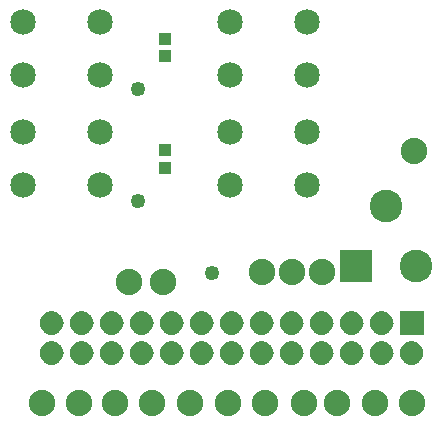
<source format=gts>
G04 MADE WITH FRITZING*
G04 WWW.FRITZING.ORG*
G04 DOUBLE SIDED*
G04 HOLES PLATED*
G04 CONTOUR ON CENTER OF CONTOUR VECTOR*
%ASAXBY*%
%FSLAX23Y23*%
%MOIN*%
%OFA0B0*%
%SFA1.0B1.0*%
%ADD10C,0.085000*%
%ADD11C,0.049370*%
%ADD12C,0.088000*%
%ADD13C,0.109000*%
%ADD14R,0.041496X0.041496*%
%ADD15R,0.109000X0.109000*%
%ADD16R,0.080000X0.080000*%
%ADD17R,0.001000X0.001000*%
%LNMASK1*%
G90*
G70*
G54D10*
X315Y968D03*
X59Y968D03*
X315Y790D03*
X59Y790D03*
X315Y968D03*
X59Y968D03*
X315Y790D03*
X59Y790D03*
X315Y1334D03*
X59Y1334D03*
X315Y1157D03*
X59Y1157D03*
X315Y1334D03*
X59Y1334D03*
X315Y1157D03*
X59Y1157D03*
G54D11*
X441Y738D03*
X689Y499D03*
X440Y1110D03*
G54D12*
X866Y66D03*
X122Y66D03*
X740Y66D03*
X410Y468D03*
X524Y468D03*
X366Y66D03*
X244Y66D03*
X1362Y905D03*
X1354Y66D03*
X1106Y66D03*
X488Y66D03*
X1232Y66D03*
X996Y66D03*
X614Y66D03*
G54D13*
X1369Y523D03*
X1169Y523D03*
X1269Y723D03*
G54D10*
X1004Y968D03*
X748Y968D03*
X1004Y790D03*
X748Y790D03*
X1004Y968D03*
X748Y968D03*
X1004Y790D03*
X748Y790D03*
X1004Y1334D03*
X748Y1334D03*
X1004Y1157D03*
X748Y1157D03*
X1004Y1334D03*
X748Y1334D03*
X1004Y1157D03*
X748Y1157D03*
G54D12*
X1055Y503D03*
X955Y503D03*
X855Y503D03*
G54D14*
X532Y909D03*
X532Y849D03*
X532Y1279D03*
X532Y1220D03*
G54D15*
X1169Y523D03*
G54D16*
X1354Y330D03*
G54D17*
X151Y371D02*
X155Y371D01*
X251Y371D02*
X255Y371D01*
X351Y371D02*
X355Y371D01*
X451Y371D02*
X455Y371D01*
X551Y371D02*
X555Y371D01*
X651Y371D02*
X655Y371D01*
X751Y371D02*
X755Y371D01*
X851Y371D02*
X855Y371D01*
X951Y371D02*
X955Y371D01*
X1051Y371D02*
X1055Y371D01*
X1151Y371D02*
X1155Y371D01*
X1251Y371D02*
X1255Y371D01*
X1351Y371D02*
X1355Y371D01*
X145Y370D02*
X161Y370D01*
X245Y370D02*
X261Y370D01*
X345Y370D02*
X361Y370D01*
X445Y370D02*
X461Y370D01*
X545Y370D02*
X561Y370D01*
X645Y370D02*
X661Y370D01*
X745Y370D02*
X761Y370D01*
X845Y370D02*
X861Y370D01*
X945Y370D02*
X961Y370D01*
X1045Y370D02*
X1061Y370D01*
X1145Y370D02*
X1161Y370D01*
X1245Y370D02*
X1261Y370D01*
X1345Y370D02*
X1361Y370D01*
X142Y369D02*
X164Y369D01*
X242Y369D02*
X264Y369D01*
X342Y369D02*
X364Y369D01*
X442Y369D02*
X464Y369D01*
X542Y369D02*
X564Y369D01*
X642Y369D02*
X664Y369D01*
X742Y369D02*
X764Y369D01*
X842Y369D02*
X864Y369D01*
X942Y369D02*
X964Y369D01*
X1042Y369D02*
X1064Y369D01*
X1142Y369D02*
X1164Y369D01*
X1242Y369D02*
X1264Y369D01*
X1342Y369D02*
X1364Y369D01*
X140Y368D02*
X167Y368D01*
X240Y368D02*
X267Y368D01*
X340Y368D02*
X367Y368D01*
X440Y368D02*
X467Y368D01*
X540Y368D02*
X567Y368D01*
X640Y368D02*
X667Y368D01*
X740Y368D02*
X767Y368D01*
X840Y368D02*
X867Y368D01*
X940Y368D02*
X967Y368D01*
X1040Y368D02*
X1067Y368D01*
X1140Y368D02*
X1167Y368D01*
X1240Y368D02*
X1267Y368D01*
X1340Y368D02*
X1367Y368D01*
X138Y367D02*
X169Y367D01*
X238Y367D02*
X269Y367D01*
X338Y367D02*
X369Y367D01*
X438Y367D02*
X469Y367D01*
X537Y367D02*
X569Y367D01*
X637Y367D02*
X669Y367D01*
X737Y367D02*
X769Y367D01*
X837Y367D02*
X869Y367D01*
X937Y367D02*
X969Y367D01*
X1037Y367D02*
X1069Y367D01*
X1137Y367D02*
X1169Y367D01*
X1237Y367D02*
X1269Y367D01*
X1337Y367D02*
X1369Y367D01*
X136Y366D02*
X171Y366D01*
X236Y366D02*
X271Y366D01*
X336Y366D02*
X371Y366D01*
X436Y366D02*
X471Y366D01*
X536Y366D02*
X571Y366D01*
X636Y366D02*
X671Y366D01*
X736Y366D02*
X771Y366D01*
X836Y366D02*
X870Y366D01*
X936Y366D02*
X970Y366D01*
X1036Y366D02*
X1070Y366D01*
X1136Y366D02*
X1170Y366D01*
X1236Y366D02*
X1270Y366D01*
X1336Y366D02*
X1370Y366D01*
X134Y365D02*
X172Y365D01*
X234Y365D02*
X272Y365D01*
X334Y365D02*
X372Y365D01*
X434Y365D02*
X472Y365D01*
X534Y365D02*
X572Y365D01*
X634Y365D02*
X672Y365D01*
X734Y365D02*
X772Y365D01*
X834Y365D02*
X872Y365D01*
X934Y365D02*
X972Y365D01*
X1034Y365D02*
X1072Y365D01*
X1134Y365D02*
X1172Y365D01*
X1234Y365D02*
X1272Y365D01*
X1334Y365D02*
X1372Y365D01*
X133Y364D02*
X174Y364D01*
X233Y364D02*
X274Y364D01*
X333Y364D02*
X374Y364D01*
X433Y364D02*
X474Y364D01*
X533Y364D02*
X574Y364D01*
X632Y364D02*
X674Y364D01*
X732Y364D02*
X774Y364D01*
X832Y364D02*
X874Y364D01*
X932Y364D02*
X974Y364D01*
X1032Y364D02*
X1074Y364D01*
X1132Y364D02*
X1174Y364D01*
X1232Y364D02*
X1274Y364D01*
X1332Y364D02*
X1374Y364D01*
X131Y363D02*
X175Y363D01*
X231Y363D02*
X275Y363D01*
X331Y363D02*
X375Y363D01*
X431Y363D02*
X475Y363D01*
X531Y363D02*
X575Y363D01*
X631Y363D02*
X675Y363D01*
X731Y363D02*
X775Y363D01*
X831Y363D02*
X875Y363D01*
X931Y363D02*
X975Y363D01*
X1031Y363D02*
X1075Y363D01*
X1131Y363D02*
X1175Y363D01*
X1231Y363D02*
X1275Y363D01*
X1331Y363D02*
X1375Y363D01*
X130Y362D02*
X176Y362D01*
X230Y362D02*
X276Y362D01*
X330Y362D02*
X376Y362D01*
X430Y362D02*
X476Y362D01*
X530Y362D02*
X576Y362D01*
X630Y362D02*
X676Y362D01*
X730Y362D02*
X776Y362D01*
X830Y362D02*
X876Y362D01*
X930Y362D02*
X976Y362D01*
X1030Y362D02*
X1076Y362D01*
X1130Y362D02*
X1176Y362D01*
X1230Y362D02*
X1276Y362D01*
X1330Y362D02*
X1376Y362D01*
X129Y361D02*
X178Y361D01*
X229Y361D02*
X278Y361D01*
X329Y361D02*
X378Y361D01*
X429Y361D02*
X478Y361D01*
X529Y361D02*
X578Y361D01*
X629Y361D02*
X678Y361D01*
X729Y361D02*
X778Y361D01*
X829Y361D02*
X878Y361D01*
X929Y361D02*
X978Y361D01*
X1029Y361D02*
X1077Y361D01*
X1129Y361D02*
X1177Y361D01*
X1229Y361D02*
X1277Y361D01*
X1329Y361D02*
X1377Y361D01*
X128Y360D02*
X179Y360D01*
X228Y360D02*
X279Y360D01*
X328Y360D02*
X379Y360D01*
X428Y360D02*
X479Y360D01*
X528Y360D02*
X579Y360D01*
X627Y360D02*
X679Y360D01*
X727Y360D02*
X779Y360D01*
X827Y360D02*
X879Y360D01*
X927Y360D02*
X979Y360D01*
X1027Y360D02*
X1079Y360D01*
X1127Y360D02*
X1179Y360D01*
X1227Y360D02*
X1279Y360D01*
X1327Y360D02*
X1379Y360D01*
X126Y359D02*
X180Y359D01*
X226Y359D02*
X280Y359D01*
X326Y359D02*
X380Y359D01*
X426Y359D02*
X480Y359D01*
X526Y359D02*
X580Y359D01*
X626Y359D02*
X680Y359D01*
X726Y359D02*
X780Y359D01*
X826Y359D02*
X880Y359D01*
X926Y359D02*
X980Y359D01*
X1026Y359D02*
X1080Y359D01*
X1126Y359D02*
X1180Y359D01*
X1226Y359D02*
X1280Y359D01*
X1326Y359D02*
X1380Y359D01*
X125Y358D02*
X181Y358D01*
X225Y358D02*
X281Y358D01*
X325Y358D02*
X381Y358D01*
X425Y358D02*
X481Y358D01*
X525Y358D02*
X581Y358D01*
X625Y358D02*
X681Y358D01*
X725Y358D02*
X781Y358D01*
X825Y358D02*
X881Y358D01*
X925Y358D02*
X981Y358D01*
X1025Y358D02*
X1081Y358D01*
X1125Y358D02*
X1181Y358D01*
X1225Y358D02*
X1281Y358D01*
X1325Y358D02*
X1381Y358D01*
X125Y357D02*
X182Y357D01*
X225Y357D02*
X282Y357D01*
X325Y357D02*
X382Y357D01*
X425Y357D02*
X482Y357D01*
X525Y357D02*
X582Y357D01*
X625Y357D02*
X682Y357D01*
X725Y357D02*
X782Y357D01*
X824Y357D02*
X882Y357D01*
X924Y357D02*
X982Y357D01*
X1024Y357D02*
X1082Y357D01*
X1124Y357D02*
X1182Y357D01*
X1224Y357D02*
X1282Y357D01*
X1324Y357D02*
X1382Y357D01*
X124Y356D02*
X183Y356D01*
X224Y356D02*
X283Y356D01*
X324Y356D02*
X383Y356D01*
X424Y356D02*
X483Y356D01*
X524Y356D02*
X583Y356D01*
X624Y356D02*
X683Y356D01*
X724Y356D02*
X783Y356D01*
X824Y356D02*
X883Y356D01*
X924Y356D02*
X982Y356D01*
X1024Y356D02*
X1082Y356D01*
X1124Y356D02*
X1182Y356D01*
X1224Y356D02*
X1282Y356D01*
X1324Y356D02*
X1382Y356D01*
X123Y355D02*
X183Y355D01*
X223Y355D02*
X283Y355D01*
X323Y355D02*
X383Y355D01*
X423Y355D02*
X483Y355D01*
X523Y355D02*
X583Y355D01*
X623Y355D02*
X683Y355D01*
X723Y355D02*
X783Y355D01*
X823Y355D02*
X883Y355D01*
X923Y355D02*
X983Y355D01*
X1023Y355D02*
X1083Y355D01*
X1123Y355D02*
X1183Y355D01*
X1223Y355D02*
X1283Y355D01*
X1323Y355D02*
X1383Y355D01*
X122Y354D02*
X184Y354D01*
X222Y354D02*
X284Y354D01*
X322Y354D02*
X384Y354D01*
X422Y354D02*
X484Y354D01*
X522Y354D02*
X584Y354D01*
X622Y354D02*
X684Y354D01*
X722Y354D02*
X784Y354D01*
X822Y354D02*
X884Y354D01*
X922Y354D02*
X984Y354D01*
X1022Y354D02*
X1084Y354D01*
X1122Y354D02*
X1184Y354D01*
X1222Y354D02*
X1284Y354D01*
X1322Y354D02*
X1384Y354D01*
X121Y353D02*
X185Y353D01*
X221Y353D02*
X285Y353D01*
X321Y353D02*
X385Y353D01*
X421Y353D02*
X485Y353D01*
X521Y353D02*
X585Y353D01*
X621Y353D02*
X685Y353D01*
X721Y353D02*
X785Y353D01*
X821Y353D02*
X885Y353D01*
X921Y353D02*
X985Y353D01*
X1021Y353D02*
X1085Y353D01*
X1121Y353D02*
X1185Y353D01*
X1221Y353D02*
X1285Y353D01*
X1321Y353D02*
X1385Y353D01*
X121Y352D02*
X186Y352D01*
X221Y352D02*
X286Y352D01*
X321Y352D02*
X386Y352D01*
X421Y352D02*
X486Y352D01*
X521Y352D02*
X586Y352D01*
X621Y352D02*
X686Y352D01*
X721Y352D02*
X786Y352D01*
X821Y352D02*
X886Y352D01*
X921Y352D02*
X986Y352D01*
X1021Y352D02*
X1086Y352D01*
X1121Y352D02*
X1186Y352D01*
X1220Y352D02*
X1286Y352D01*
X1320Y352D02*
X1386Y352D01*
X120Y351D02*
X186Y351D01*
X220Y351D02*
X286Y351D01*
X320Y351D02*
X386Y351D01*
X420Y351D02*
X486Y351D01*
X520Y351D02*
X586Y351D01*
X620Y351D02*
X686Y351D01*
X720Y351D02*
X786Y351D01*
X820Y351D02*
X886Y351D01*
X920Y351D02*
X986Y351D01*
X1020Y351D02*
X1086Y351D01*
X1120Y351D02*
X1186Y351D01*
X1220Y351D02*
X1286Y351D01*
X1320Y351D02*
X1386Y351D01*
X119Y350D02*
X187Y350D01*
X219Y350D02*
X287Y350D01*
X319Y350D02*
X387Y350D01*
X419Y350D02*
X487Y350D01*
X519Y350D02*
X587Y350D01*
X619Y350D02*
X687Y350D01*
X719Y350D02*
X787Y350D01*
X819Y350D02*
X887Y350D01*
X919Y350D02*
X987Y350D01*
X1019Y350D02*
X1087Y350D01*
X1119Y350D02*
X1187Y350D01*
X1219Y350D02*
X1287Y350D01*
X1319Y350D02*
X1387Y350D01*
X119Y349D02*
X188Y349D01*
X219Y349D02*
X288Y349D01*
X319Y349D02*
X388Y349D01*
X419Y349D02*
X488Y349D01*
X519Y349D02*
X588Y349D01*
X619Y349D02*
X687Y349D01*
X719Y349D02*
X787Y349D01*
X819Y349D02*
X887Y349D01*
X919Y349D02*
X987Y349D01*
X1019Y349D02*
X1087Y349D01*
X1119Y349D02*
X1187Y349D01*
X1219Y349D02*
X1287Y349D01*
X1319Y349D02*
X1387Y349D01*
X118Y348D02*
X188Y348D01*
X218Y348D02*
X288Y348D01*
X318Y348D02*
X388Y348D01*
X418Y348D02*
X488Y348D01*
X518Y348D02*
X588Y348D01*
X618Y348D02*
X688Y348D01*
X718Y348D02*
X788Y348D01*
X818Y348D02*
X888Y348D01*
X918Y348D02*
X988Y348D01*
X1018Y348D02*
X1088Y348D01*
X1118Y348D02*
X1188Y348D01*
X1218Y348D02*
X1288Y348D01*
X1318Y348D02*
X1388Y348D01*
X118Y347D02*
X189Y347D01*
X218Y347D02*
X289Y347D01*
X318Y347D02*
X389Y347D01*
X418Y347D02*
X489Y347D01*
X518Y347D02*
X589Y347D01*
X618Y347D02*
X689Y347D01*
X718Y347D02*
X789Y347D01*
X818Y347D02*
X889Y347D01*
X918Y347D02*
X989Y347D01*
X1018Y347D02*
X1089Y347D01*
X1118Y347D02*
X1189Y347D01*
X1218Y347D02*
X1289Y347D01*
X1318Y347D02*
X1389Y347D01*
X117Y346D02*
X189Y346D01*
X217Y346D02*
X289Y346D01*
X317Y346D02*
X389Y346D01*
X417Y346D02*
X489Y346D01*
X517Y346D02*
X589Y346D01*
X617Y346D02*
X689Y346D01*
X717Y346D02*
X789Y346D01*
X817Y346D02*
X889Y346D01*
X917Y346D02*
X989Y346D01*
X1017Y346D02*
X1089Y346D01*
X1117Y346D02*
X1189Y346D01*
X1217Y346D02*
X1289Y346D01*
X1317Y346D02*
X1389Y346D01*
X117Y345D02*
X190Y345D01*
X217Y345D02*
X290Y345D01*
X317Y345D02*
X390Y345D01*
X417Y345D02*
X490Y345D01*
X517Y345D02*
X590Y345D01*
X617Y345D02*
X690Y345D01*
X717Y345D02*
X790Y345D01*
X817Y345D02*
X889Y345D01*
X917Y345D02*
X989Y345D01*
X1017Y345D02*
X1089Y345D01*
X1117Y345D02*
X1189Y345D01*
X1217Y345D02*
X1289Y345D01*
X1317Y345D02*
X1389Y345D01*
X116Y344D02*
X190Y344D01*
X216Y344D02*
X290Y344D01*
X316Y344D02*
X390Y344D01*
X416Y344D02*
X490Y344D01*
X516Y344D02*
X590Y344D01*
X616Y344D02*
X690Y344D01*
X716Y344D02*
X790Y344D01*
X816Y344D02*
X890Y344D01*
X916Y344D02*
X990Y344D01*
X1016Y344D02*
X1090Y344D01*
X1116Y344D02*
X1190Y344D01*
X1216Y344D02*
X1290Y344D01*
X1316Y344D02*
X1390Y344D01*
X116Y343D02*
X190Y343D01*
X216Y343D02*
X290Y343D01*
X316Y343D02*
X390Y343D01*
X416Y343D02*
X490Y343D01*
X516Y343D02*
X590Y343D01*
X616Y343D02*
X690Y343D01*
X716Y343D02*
X790Y343D01*
X816Y343D02*
X890Y343D01*
X916Y343D02*
X990Y343D01*
X1016Y343D02*
X1090Y343D01*
X1116Y343D02*
X1190Y343D01*
X1216Y343D02*
X1290Y343D01*
X1316Y343D02*
X1390Y343D01*
X116Y342D02*
X191Y342D01*
X216Y342D02*
X291Y342D01*
X315Y342D02*
X391Y342D01*
X415Y342D02*
X491Y342D01*
X515Y342D02*
X591Y342D01*
X615Y342D02*
X691Y342D01*
X715Y342D02*
X791Y342D01*
X815Y342D02*
X891Y342D01*
X915Y342D02*
X991Y342D01*
X1015Y342D02*
X1091Y342D01*
X1115Y342D02*
X1191Y342D01*
X1215Y342D02*
X1291Y342D01*
X1315Y342D02*
X1391Y342D01*
X115Y341D02*
X191Y341D01*
X215Y341D02*
X291Y341D01*
X315Y341D02*
X391Y341D01*
X415Y341D02*
X491Y341D01*
X515Y341D02*
X591Y341D01*
X615Y341D02*
X691Y341D01*
X715Y341D02*
X791Y341D01*
X815Y341D02*
X891Y341D01*
X915Y341D02*
X991Y341D01*
X1015Y341D02*
X1091Y341D01*
X1115Y341D02*
X1191Y341D01*
X1215Y341D02*
X1291Y341D01*
X1315Y341D02*
X1391Y341D01*
X115Y340D02*
X191Y340D01*
X215Y340D02*
X291Y340D01*
X315Y340D02*
X391Y340D01*
X415Y340D02*
X491Y340D01*
X515Y340D02*
X591Y340D01*
X615Y340D02*
X691Y340D01*
X715Y340D02*
X791Y340D01*
X815Y340D02*
X891Y340D01*
X915Y340D02*
X991Y340D01*
X1015Y340D02*
X1091Y340D01*
X1115Y340D02*
X1191Y340D01*
X1215Y340D02*
X1291Y340D01*
X1315Y340D02*
X1391Y340D01*
X115Y339D02*
X192Y339D01*
X215Y339D02*
X292Y339D01*
X315Y339D02*
X392Y339D01*
X415Y339D02*
X492Y339D01*
X515Y339D02*
X592Y339D01*
X615Y339D02*
X692Y339D01*
X715Y339D02*
X792Y339D01*
X815Y339D02*
X892Y339D01*
X915Y339D02*
X992Y339D01*
X1015Y339D02*
X1092Y339D01*
X1115Y339D02*
X1192Y339D01*
X1215Y339D02*
X1292Y339D01*
X1315Y339D02*
X1392Y339D01*
X114Y338D02*
X192Y338D01*
X214Y338D02*
X292Y338D01*
X314Y338D02*
X392Y338D01*
X414Y338D02*
X492Y338D01*
X514Y338D02*
X592Y338D01*
X614Y338D02*
X692Y338D01*
X714Y338D02*
X792Y338D01*
X814Y338D02*
X892Y338D01*
X914Y338D02*
X992Y338D01*
X1014Y338D02*
X1092Y338D01*
X1114Y338D02*
X1192Y338D01*
X1214Y338D02*
X1292Y338D01*
X1314Y338D02*
X1392Y338D01*
X114Y337D02*
X192Y337D01*
X214Y337D02*
X292Y337D01*
X314Y337D02*
X392Y337D01*
X414Y337D02*
X492Y337D01*
X514Y337D02*
X592Y337D01*
X614Y337D02*
X692Y337D01*
X714Y337D02*
X792Y337D01*
X814Y337D02*
X892Y337D01*
X914Y337D02*
X992Y337D01*
X1014Y337D02*
X1092Y337D01*
X1114Y337D02*
X1192Y337D01*
X1214Y337D02*
X1292Y337D01*
X1314Y337D02*
X1392Y337D01*
X114Y336D02*
X192Y336D01*
X214Y336D02*
X292Y336D01*
X314Y336D02*
X392Y336D01*
X414Y336D02*
X492Y336D01*
X514Y336D02*
X592Y336D01*
X614Y336D02*
X692Y336D01*
X714Y336D02*
X792Y336D01*
X814Y336D02*
X892Y336D01*
X914Y336D02*
X992Y336D01*
X1014Y336D02*
X1092Y336D01*
X1114Y336D02*
X1192Y336D01*
X1214Y336D02*
X1292Y336D01*
X1314Y336D02*
X1392Y336D01*
X114Y335D02*
X192Y335D01*
X214Y335D02*
X292Y335D01*
X314Y335D02*
X392Y335D01*
X414Y335D02*
X492Y335D01*
X514Y335D02*
X592Y335D01*
X614Y335D02*
X692Y335D01*
X714Y335D02*
X792Y335D01*
X814Y335D02*
X892Y335D01*
X914Y335D02*
X992Y335D01*
X1014Y335D02*
X1092Y335D01*
X1114Y335D02*
X1192Y335D01*
X1214Y335D02*
X1292Y335D01*
X1314Y335D02*
X1392Y335D01*
X114Y334D02*
X192Y334D01*
X214Y334D02*
X292Y334D01*
X314Y334D02*
X392Y334D01*
X414Y334D02*
X492Y334D01*
X514Y334D02*
X592Y334D01*
X614Y334D02*
X692Y334D01*
X714Y334D02*
X792Y334D01*
X814Y334D02*
X892Y334D01*
X914Y334D02*
X992Y334D01*
X1014Y334D02*
X1092Y334D01*
X1114Y334D02*
X1192Y334D01*
X1214Y334D02*
X1292Y334D01*
X1314Y334D02*
X1392Y334D01*
X114Y333D02*
X193Y333D01*
X214Y333D02*
X293Y333D01*
X314Y333D02*
X393Y333D01*
X414Y333D02*
X493Y333D01*
X514Y333D02*
X593Y333D01*
X614Y333D02*
X693Y333D01*
X714Y333D02*
X793Y333D01*
X814Y333D02*
X893Y333D01*
X914Y333D02*
X992Y333D01*
X1014Y333D02*
X1092Y333D01*
X1114Y333D02*
X1192Y333D01*
X1214Y333D02*
X1292Y333D01*
X1314Y333D02*
X1392Y333D01*
X114Y332D02*
X193Y332D01*
X214Y332D02*
X293Y332D01*
X314Y332D02*
X393Y332D01*
X414Y332D02*
X493Y332D01*
X514Y332D02*
X593Y332D01*
X614Y332D02*
X693Y332D01*
X714Y332D02*
X793Y332D01*
X814Y332D02*
X893Y332D01*
X914Y332D02*
X993Y332D01*
X1014Y332D02*
X1093Y332D01*
X1114Y332D02*
X1193Y332D01*
X1214Y332D02*
X1293Y332D01*
X1314Y332D02*
X1393Y332D01*
X114Y331D02*
X193Y331D01*
X214Y331D02*
X293Y331D01*
X314Y331D02*
X393Y331D01*
X414Y331D02*
X493Y331D01*
X514Y331D02*
X593Y331D01*
X614Y331D02*
X693Y331D01*
X714Y331D02*
X793Y331D01*
X814Y331D02*
X893Y331D01*
X914Y331D02*
X993Y331D01*
X1014Y331D02*
X1093Y331D01*
X1114Y331D02*
X1193Y331D01*
X1214Y331D02*
X1293Y331D01*
X1314Y331D02*
X1393Y331D01*
X114Y330D02*
X193Y330D01*
X214Y330D02*
X293Y330D01*
X314Y330D02*
X393Y330D01*
X414Y330D02*
X493Y330D01*
X514Y330D02*
X593Y330D01*
X614Y330D02*
X693Y330D01*
X714Y330D02*
X793Y330D01*
X814Y330D02*
X893Y330D01*
X914Y330D02*
X993Y330D01*
X1014Y330D02*
X1093Y330D01*
X1114Y330D02*
X1193Y330D01*
X1214Y330D02*
X1293Y330D01*
X1314Y330D02*
X1392Y330D01*
X114Y329D02*
X193Y329D01*
X214Y329D02*
X293Y329D01*
X314Y329D02*
X393Y329D01*
X414Y329D02*
X493Y329D01*
X514Y329D02*
X593Y329D01*
X614Y329D02*
X693Y329D01*
X714Y329D02*
X793Y329D01*
X814Y329D02*
X892Y329D01*
X914Y329D02*
X992Y329D01*
X1014Y329D02*
X1092Y329D01*
X1114Y329D02*
X1192Y329D01*
X1214Y329D02*
X1292Y329D01*
X1314Y329D02*
X1392Y329D01*
X114Y328D02*
X192Y328D01*
X214Y328D02*
X292Y328D01*
X314Y328D02*
X392Y328D01*
X414Y328D02*
X492Y328D01*
X514Y328D02*
X592Y328D01*
X614Y328D02*
X692Y328D01*
X714Y328D02*
X792Y328D01*
X814Y328D02*
X892Y328D01*
X914Y328D02*
X992Y328D01*
X1014Y328D02*
X1092Y328D01*
X1114Y328D02*
X1192Y328D01*
X1214Y328D02*
X1292Y328D01*
X1314Y328D02*
X1392Y328D01*
X114Y327D02*
X192Y327D01*
X214Y327D02*
X292Y327D01*
X314Y327D02*
X392Y327D01*
X414Y327D02*
X492Y327D01*
X514Y327D02*
X592Y327D01*
X614Y327D02*
X692Y327D01*
X714Y327D02*
X792Y327D01*
X814Y327D02*
X892Y327D01*
X914Y327D02*
X992Y327D01*
X1014Y327D02*
X1092Y327D01*
X1114Y327D02*
X1192Y327D01*
X1214Y327D02*
X1292Y327D01*
X1314Y327D02*
X1392Y327D01*
X114Y326D02*
X192Y326D01*
X214Y326D02*
X292Y326D01*
X314Y326D02*
X392Y326D01*
X414Y326D02*
X492Y326D01*
X514Y326D02*
X592Y326D01*
X614Y326D02*
X692Y326D01*
X714Y326D02*
X792Y326D01*
X814Y326D02*
X892Y326D01*
X914Y326D02*
X992Y326D01*
X1014Y326D02*
X1092Y326D01*
X1114Y326D02*
X1192Y326D01*
X1214Y326D02*
X1292Y326D01*
X1314Y326D02*
X1392Y326D01*
X114Y325D02*
X192Y325D01*
X214Y325D02*
X292Y325D01*
X314Y325D02*
X392Y325D01*
X414Y325D02*
X492Y325D01*
X514Y325D02*
X592Y325D01*
X614Y325D02*
X692Y325D01*
X714Y325D02*
X792Y325D01*
X814Y325D02*
X892Y325D01*
X914Y325D02*
X992Y325D01*
X1014Y325D02*
X1092Y325D01*
X1114Y325D02*
X1192Y325D01*
X1214Y325D02*
X1292Y325D01*
X1314Y325D02*
X1392Y325D01*
X114Y324D02*
X192Y324D01*
X214Y324D02*
X292Y324D01*
X314Y324D02*
X392Y324D01*
X414Y324D02*
X492Y324D01*
X514Y324D02*
X592Y324D01*
X614Y324D02*
X692Y324D01*
X714Y324D02*
X792Y324D01*
X814Y324D02*
X892Y324D01*
X914Y324D02*
X992Y324D01*
X1014Y324D02*
X1092Y324D01*
X1114Y324D02*
X1192Y324D01*
X1214Y324D02*
X1292Y324D01*
X1314Y324D02*
X1392Y324D01*
X115Y323D02*
X192Y323D01*
X215Y323D02*
X292Y323D01*
X315Y323D02*
X392Y323D01*
X415Y323D02*
X492Y323D01*
X515Y323D02*
X592Y323D01*
X615Y323D02*
X692Y323D01*
X715Y323D02*
X792Y323D01*
X815Y323D02*
X891Y323D01*
X915Y323D02*
X991Y323D01*
X1015Y323D02*
X1091Y323D01*
X1115Y323D02*
X1191Y323D01*
X1215Y323D02*
X1291Y323D01*
X1315Y323D02*
X1391Y323D01*
X115Y322D02*
X191Y322D01*
X215Y322D02*
X291Y322D01*
X315Y322D02*
X391Y322D01*
X415Y322D02*
X491Y322D01*
X515Y322D02*
X591Y322D01*
X615Y322D02*
X691Y322D01*
X715Y322D02*
X791Y322D01*
X815Y322D02*
X891Y322D01*
X915Y322D02*
X991Y322D01*
X1015Y322D02*
X1091Y322D01*
X1115Y322D02*
X1191Y322D01*
X1215Y322D02*
X1291Y322D01*
X1315Y322D02*
X1391Y322D01*
X115Y321D02*
X191Y321D01*
X215Y321D02*
X291Y321D01*
X315Y321D02*
X391Y321D01*
X415Y321D02*
X491Y321D01*
X515Y321D02*
X591Y321D01*
X615Y321D02*
X691Y321D01*
X715Y321D02*
X791Y321D01*
X815Y321D02*
X891Y321D01*
X915Y321D02*
X991Y321D01*
X1015Y321D02*
X1091Y321D01*
X1115Y321D02*
X1191Y321D01*
X1215Y321D02*
X1291Y321D01*
X1315Y321D02*
X1391Y321D01*
X116Y320D02*
X191Y320D01*
X216Y320D02*
X291Y320D01*
X316Y320D02*
X391Y320D01*
X416Y320D02*
X491Y320D01*
X516Y320D02*
X591Y320D01*
X616Y320D02*
X691Y320D01*
X716Y320D02*
X791Y320D01*
X816Y320D02*
X891Y320D01*
X916Y320D02*
X991Y320D01*
X1016Y320D02*
X1091Y320D01*
X1116Y320D02*
X1191Y320D01*
X1216Y320D02*
X1291Y320D01*
X1316Y320D02*
X1391Y320D01*
X116Y319D02*
X190Y319D01*
X216Y319D02*
X290Y319D01*
X316Y319D02*
X390Y319D01*
X416Y319D02*
X490Y319D01*
X516Y319D02*
X590Y319D01*
X616Y319D02*
X690Y319D01*
X716Y319D02*
X790Y319D01*
X816Y319D02*
X890Y319D01*
X916Y319D02*
X990Y319D01*
X1016Y319D02*
X1090Y319D01*
X1116Y319D02*
X1190Y319D01*
X1216Y319D02*
X1290Y319D01*
X1316Y319D02*
X1390Y319D01*
X116Y318D02*
X190Y318D01*
X216Y318D02*
X290Y318D01*
X316Y318D02*
X390Y318D01*
X416Y318D02*
X490Y318D01*
X516Y318D02*
X590Y318D01*
X616Y318D02*
X690Y318D01*
X716Y318D02*
X790Y318D01*
X816Y318D02*
X890Y318D01*
X916Y318D02*
X990Y318D01*
X1016Y318D02*
X1090Y318D01*
X1116Y318D02*
X1190Y318D01*
X1216Y318D02*
X1290Y318D01*
X1316Y318D02*
X1390Y318D01*
X117Y317D02*
X189Y317D01*
X217Y317D02*
X289Y317D01*
X317Y317D02*
X389Y317D01*
X417Y317D02*
X489Y317D01*
X517Y317D02*
X589Y317D01*
X617Y317D02*
X689Y317D01*
X717Y317D02*
X789Y317D01*
X817Y317D02*
X889Y317D01*
X917Y317D02*
X989Y317D01*
X1017Y317D02*
X1089Y317D01*
X1117Y317D02*
X1189Y317D01*
X1217Y317D02*
X1289Y317D01*
X1317Y317D02*
X1389Y317D01*
X117Y316D02*
X189Y316D01*
X217Y316D02*
X289Y316D01*
X317Y316D02*
X389Y316D01*
X417Y316D02*
X489Y316D01*
X517Y316D02*
X589Y316D01*
X617Y316D02*
X689Y316D01*
X717Y316D02*
X789Y316D01*
X817Y316D02*
X889Y316D01*
X917Y316D02*
X989Y316D01*
X1017Y316D02*
X1089Y316D01*
X1117Y316D02*
X1189Y316D01*
X1217Y316D02*
X1289Y316D01*
X1317Y316D02*
X1389Y316D01*
X118Y315D02*
X188Y315D01*
X218Y315D02*
X288Y315D01*
X318Y315D02*
X388Y315D01*
X418Y315D02*
X488Y315D01*
X518Y315D02*
X588Y315D01*
X618Y315D02*
X688Y315D01*
X718Y315D02*
X788Y315D01*
X818Y315D02*
X888Y315D01*
X918Y315D02*
X988Y315D01*
X1018Y315D02*
X1088Y315D01*
X1118Y315D02*
X1188Y315D01*
X1218Y315D02*
X1288Y315D01*
X1318Y315D02*
X1388Y315D01*
X118Y314D02*
X188Y314D01*
X218Y314D02*
X288Y314D01*
X318Y314D02*
X388Y314D01*
X418Y314D02*
X488Y314D01*
X518Y314D02*
X588Y314D01*
X618Y314D02*
X688Y314D01*
X718Y314D02*
X788Y314D01*
X818Y314D02*
X888Y314D01*
X918Y314D02*
X988Y314D01*
X1018Y314D02*
X1088Y314D01*
X1118Y314D02*
X1188Y314D01*
X1218Y314D02*
X1288Y314D01*
X1318Y314D02*
X1388Y314D01*
X119Y313D02*
X187Y313D01*
X219Y313D02*
X287Y313D01*
X319Y313D02*
X387Y313D01*
X419Y313D02*
X487Y313D01*
X519Y313D02*
X587Y313D01*
X619Y313D02*
X687Y313D01*
X719Y313D02*
X787Y313D01*
X819Y313D02*
X887Y313D01*
X919Y313D02*
X987Y313D01*
X1019Y313D02*
X1087Y313D01*
X1119Y313D02*
X1187Y313D01*
X1219Y313D02*
X1287Y313D01*
X1319Y313D02*
X1387Y313D01*
X119Y312D02*
X187Y312D01*
X219Y312D02*
X287Y312D01*
X319Y312D02*
X387Y312D01*
X419Y312D02*
X487Y312D01*
X519Y312D02*
X587Y312D01*
X619Y312D02*
X687Y312D01*
X719Y312D02*
X787Y312D01*
X819Y312D02*
X887Y312D01*
X919Y312D02*
X987Y312D01*
X1019Y312D02*
X1087Y312D01*
X1119Y312D02*
X1187Y312D01*
X1219Y312D02*
X1287Y312D01*
X1319Y312D02*
X1387Y312D01*
X120Y311D02*
X186Y311D01*
X220Y311D02*
X286Y311D01*
X320Y311D02*
X386Y311D01*
X420Y311D02*
X486Y311D01*
X520Y311D02*
X586Y311D01*
X620Y311D02*
X686Y311D01*
X720Y311D02*
X786Y311D01*
X820Y311D02*
X886Y311D01*
X920Y311D02*
X986Y311D01*
X1020Y311D02*
X1086Y311D01*
X1120Y311D02*
X1186Y311D01*
X1220Y311D02*
X1286Y311D01*
X1320Y311D02*
X1386Y311D01*
X121Y310D02*
X185Y310D01*
X221Y310D02*
X285Y310D01*
X321Y310D02*
X385Y310D01*
X421Y310D02*
X485Y310D01*
X521Y310D02*
X585Y310D01*
X621Y310D02*
X685Y310D01*
X721Y310D02*
X785Y310D01*
X821Y310D02*
X885Y310D01*
X921Y310D02*
X985Y310D01*
X1021Y310D02*
X1085Y310D01*
X1121Y310D02*
X1185Y310D01*
X1221Y310D02*
X1285Y310D01*
X1321Y310D02*
X1385Y310D01*
X121Y309D02*
X185Y309D01*
X221Y309D02*
X285Y309D01*
X321Y309D02*
X385Y309D01*
X421Y309D02*
X485Y309D01*
X521Y309D02*
X585Y309D01*
X621Y309D02*
X685Y309D01*
X721Y309D02*
X785Y309D01*
X821Y309D02*
X885Y309D01*
X921Y309D02*
X985Y309D01*
X1021Y309D02*
X1085Y309D01*
X1121Y309D02*
X1185Y309D01*
X1221Y309D02*
X1285Y309D01*
X1321Y309D02*
X1385Y309D01*
X122Y308D02*
X184Y308D01*
X222Y308D02*
X284Y308D01*
X322Y308D02*
X384Y308D01*
X422Y308D02*
X484Y308D01*
X522Y308D02*
X584Y308D01*
X622Y308D02*
X684Y308D01*
X722Y308D02*
X784Y308D01*
X822Y308D02*
X884Y308D01*
X922Y308D02*
X984Y308D01*
X1022Y308D02*
X1084Y308D01*
X1122Y308D02*
X1184Y308D01*
X1222Y308D02*
X1284Y308D01*
X1322Y308D02*
X1384Y308D01*
X123Y307D02*
X183Y307D01*
X223Y307D02*
X283Y307D01*
X323Y307D02*
X383Y307D01*
X423Y307D02*
X483Y307D01*
X523Y307D02*
X583Y307D01*
X623Y307D02*
X683Y307D01*
X723Y307D02*
X783Y307D01*
X823Y307D02*
X883Y307D01*
X923Y307D02*
X983Y307D01*
X1023Y307D02*
X1083Y307D01*
X1123Y307D02*
X1183Y307D01*
X1223Y307D02*
X1283Y307D01*
X1323Y307D02*
X1383Y307D01*
X124Y306D02*
X182Y306D01*
X224Y306D02*
X282Y306D01*
X324Y306D02*
X382Y306D01*
X424Y306D02*
X482Y306D01*
X524Y306D02*
X582Y306D01*
X624Y306D02*
X682Y306D01*
X724Y306D02*
X782Y306D01*
X824Y306D02*
X882Y306D01*
X924Y306D02*
X982Y306D01*
X1024Y306D02*
X1082Y306D01*
X1124Y306D02*
X1182Y306D01*
X1224Y306D02*
X1282Y306D01*
X1324Y306D02*
X1382Y306D01*
X125Y305D02*
X181Y305D01*
X225Y305D02*
X281Y305D01*
X325Y305D02*
X381Y305D01*
X425Y305D02*
X481Y305D01*
X525Y305D02*
X581Y305D01*
X625Y305D02*
X681Y305D01*
X725Y305D02*
X781Y305D01*
X825Y305D02*
X881Y305D01*
X925Y305D02*
X981Y305D01*
X1025Y305D02*
X1081Y305D01*
X1125Y305D02*
X1181Y305D01*
X1225Y305D02*
X1281Y305D01*
X1325Y305D02*
X1381Y305D01*
X126Y304D02*
X180Y304D01*
X226Y304D02*
X280Y304D01*
X326Y304D02*
X380Y304D01*
X426Y304D02*
X480Y304D01*
X526Y304D02*
X580Y304D01*
X626Y304D02*
X680Y304D01*
X726Y304D02*
X780Y304D01*
X826Y304D02*
X880Y304D01*
X926Y304D02*
X980Y304D01*
X1026Y304D02*
X1080Y304D01*
X1126Y304D02*
X1180Y304D01*
X1226Y304D02*
X1280Y304D01*
X1326Y304D02*
X1380Y304D01*
X127Y303D02*
X179Y303D01*
X227Y303D02*
X279Y303D01*
X327Y303D02*
X379Y303D01*
X427Y303D02*
X479Y303D01*
X527Y303D02*
X579Y303D01*
X627Y303D02*
X679Y303D01*
X727Y303D02*
X779Y303D01*
X827Y303D02*
X879Y303D01*
X927Y303D02*
X979Y303D01*
X1027Y303D02*
X1079Y303D01*
X1127Y303D02*
X1179Y303D01*
X1227Y303D02*
X1279Y303D01*
X1327Y303D02*
X1379Y303D01*
X128Y302D02*
X178Y302D01*
X228Y302D02*
X278Y302D01*
X328Y302D02*
X378Y302D01*
X428Y302D02*
X478Y302D01*
X528Y302D02*
X578Y302D01*
X628Y302D02*
X678Y302D01*
X728Y302D02*
X778Y302D01*
X828Y302D02*
X878Y302D01*
X928Y302D02*
X978Y302D01*
X1028Y302D02*
X1078Y302D01*
X1128Y302D02*
X1178Y302D01*
X1228Y302D02*
X1278Y302D01*
X1328Y302D02*
X1378Y302D01*
X129Y301D02*
X177Y301D01*
X229Y301D02*
X277Y301D01*
X329Y301D02*
X377Y301D01*
X429Y301D02*
X477Y301D01*
X529Y301D02*
X577Y301D01*
X629Y301D02*
X677Y301D01*
X729Y301D02*
X777Y301D01*
X829Y301D02*
X877Y301D01*
X929Y301D02*
X977Y301D01*
X1029Y301D02*
X1077Y301D01*
X1129Y301D02*
X1177Y301D01*
X1229Y301D02*
X1277Y301D01*
X1329Y301D02*
X1377Y301D01*
X130Y300D02*
X176Y300D01*
X230Y300D02*
X276Y300D01*
X330Y300D02*
X376Y300D01*
X430Y300D02*
X476Y300D01*
X530Y300D02*
X576Y300D01*
X630Y300D02*
X676Y300D01*
X730Y300D02*
X776Y300D01*
X830Y300D02*
X876Y300D01*
X930Y300D02*
X976Y300D01*
X1030Y300D02*
X1076Y300D01*
X1130Y300D02*
X1176Y300D01*
X1230Y300D02*
X1276Y300D01*
X1330Y300D02*
X1376Y300D01*
X132Y299D02*
X175Y299D01*
X232Y299D02*
X275Y299D01*
X332Y299D02*
X375Y299D01*
X432Y299D02*
X475Y299D01*
X532Y299D02*
X575Y299D01*
X631Y299D02*
X675Y299D01*
X731Y299D02*
X775Y299D01*
X831Y299D02*
X875Y299D01*
X931Y299D02*
X975Y299D01*
X1031Y299D02*
X1075Y299D01*
X1131Y299D02*
X1175Y299D01*
X1231Y299D02*
X1275Y299D01*
X1331Y299D02*
X1375Y299D01*
X133Y298D02*
X173Y298D01*
X233Y298D02*
X273Y298D01*
X333Y298D02*
X373Y298D01*
X433Y298D02*
X473Y298D01*
X533Y298D02*
X573Y298D01*
X633Y298D02*
X673Y298D01*
X733Y298D02*
X773Y298D01*
X833Y298D02*
X873Y298D01*
X933Y298D02*
X973Y298D01*
X1033Y298D02*
X1073Y298D01*
X1133Y298D02*
X1173Y298D01*
X1233Y298D02*
X1273Y298D01*
X1333Y298D02*
X1373Y298D01*
X134Y297D02*
X172Y297D01*
X234Y297D02*
X272Y297D01*
X334Y297D02*
X372Y297D01*
X434Y297D02*
X472Y297D01*
X534Y297D02*
X572Y297D01*
X634Y297D02*
X672Y297D01*
X734Y297D02*
X772Y297D01*
X834Y297D02*
X872Y297D01*
X934Y297D02*
X972Y297D01*
X1034Y297D02*
X1072Y297D01*
X1134Y297D02*
X1172Y297D01*
X1234Y297D02*
X1272Y297D01*
X1334Y297D02*
X1372Y297D01*
X136Y296D02*
X170Y296D01*
X236Y296D02*
X270Y296D01*
X336Y296D02*
X370Y296D01*
X436Y296D02*
X470Y296D01*
X536Y296D02*
X570Y296D01*
X636Y296D02*
X670Y296D01*
X736Y296D02*
X770Y296D01*
X836Y296D02*
X870Y296D01*
X936Y296D02*
X970Y296D01*
X1036Y296D02*
X1070Y296D01*
X1136Y296D02*
X1170Y296D01*
X1236Y296D02*
X1270Y296D01*
X1336Y296D02*
X1370Y296D01*
X138Y295D02*
X168Y295D01*
X238Y295D02*
X268Y295D01*
X338Y295D02*
X368Y295D01*
X438Y295D02*
X468Y295D01*
X538Y295D02*
X568Y295D01*
X638Y295D02*
X668Y295D01*
X738Y295D02*
X768Y295D01*
X838Y295D02*
X868Y295D01*
X938Y295D02*
X968Y295D01*
X1038Y295D02*
X1068Y295D01*
X1138Y295D02*
X1168Y295D01*
X1238Y295D02*
X1268Y295D01*
X1338Y295D02*
X1368Y295D01*
X140Y294D02*
X166Y294D01*
X240Y294D02*
X266Y294D01*
X340Y294D02*
X366Y294D01*
X440Y294D02*
X466Y294D01*
X540Y294D02*
X566Y294D01*
X640Y294D02*
X666Y294D01*
X740Y294D02*
X766Y294D01*
X840Y294D02*
X866Y294D01*
X940Y294D02*
X966Y294D01*
X1040Y294D02*
X1066Y294D01*
X1140Y294D02*
X1166Y294D01*
X1240Y294D02*
X1266Y294D01*
X1340Y294D02*
X1366Y294D01*
X143Y293D02*
X163Y293D01*
X243Y293D02*
X263Y293D01*
X343Y293D02*
X363Y293D01*
X443Y293D02*
X463Y293D01*
X543Y293D02*
X563Y293D01*
X643Y293D02*
X663Y293D01*
X743Y293D02*
X763Y293D01*
X843Y293D02*
X863Y293D01*
X943Y293D02*
X963Y293D01*
X1043Y293D02*
X1063Y293D01*
X1143Y293D02*
X1163Y293D01*
X1243Y293D02*
X1263Y293D01*
X1343Y293D02*
X1363Y293D01*
X146Y292D02*
X160Y292D01*
X246Y292D02*
X260Y292D01*
X346Y292D02*
X360Y292D01*
X446Y292D02*
X460Y292D01*
X546Y292D02*
X560Y292D01*
X646Y292D02*
X660Y292D01*
X746Y292D02*
X760Y292D01*
X846Y292D02*
X860Y292D01*
X946Y292D02*
X960Y292D01*
X1046Y292D02*
X1060Y292D01*
X1146Y292D02*
X1160Y292D01*
X1246Y292D02*
X1260Y292D01*
X1346Y292D02*
X1360Y292D01*
X150Y271D02*
X156Y271D01*
X250Y271D02*
X256Y271D01*
X350Y271D02*
X356Y271D01*
X450Y271D02*
X456Y271D01*
X550Y271D02*
X556Y271D01*
X650Y271D02*
X656Y271D01*
X750Y271D02*
X756Y271D01*
X850Y271D02*
X856Y271D01*
X950Y271D02*
X956Y271D01*
X1050Y271D02*
X1056Y271D01*
X1150Y271D02*
X1156Y271D01*
X1250Y271D02*
X1256Y271D01*
X1350Y271D02*
X1356Y271D01*
X145Y270D02*
X161Y270D01*
X245Y270D02*
X261Y270D01*
X345Y270D02*
X361Y270D01*
X445Y270D02*
X461Y270D01*
X545Y270D02*
X561Y270D01*
X645Y270D02*
X661Y270D01*
X745Y270D02*
X761Y270D01*
X845Y270D02*
X861Y270D01*
X945Y270D02*
X961Y270D01*
X1045Y270D02*
X1061Y270D01*
X1145Y270D02*
X1161Y270D01*
X1245Y270D02*
X1261Y270D01*
X1345Y270D02*
X1361Y270D01*
X142Y269D02*
X164Y269D01*
X242Y269D02*
X264Y269D01*
X342Y269D02*
X364Y269D01*
X442Y269D02*
X464Y269D01*
X542Y269D02*
X564Y269D01*
X642Y269D02*
X664Y269D01*
X742Y269D02*
X764Y269D01*
X842Y269D02*
X864Y269D01*
X942Y269D02*
X964Y269D01*
X1042Y269D02*
X1064Y269D01*
X1142Y269D02*
X1164Y269D01*
X1242Y269D02*
X1264Y269D01*
X1342Y269D02*
X1364Y269D01*
X140Y268D02*
X167Y268D01*
X240Y268D02*
X267Y268D01*
X340Y268D02*
X367Y268D01*
X439Y268D02*
X467Y268D01*
X539Y268D02*
X567Y268D01*
X639Y268D02*
X667Y268D01*
X739Y268D02*
X767Y268D01*
X839Y268D02*
X867Y268D01*
X939Y268D02*
X967Y268D01*
X1039Y268D02*
X1067Y268D01*
X1139Y268D02*
X1167Y268D01*
X1239Y268D02*
X1267Y268D01*
X1339Y268D02*
X1367Y268D01*
X137Y267D02*
X169Y267D01*
X237Y267D02*
X269Y267D01*
X337Y267D02*
X369Y267D01*
X437Y267D02*
X469Y267D01*
X537Y267D02*
X569Y267D01*
X637Y267D02*
X669Y267D01*
X737Y267D02*
X769Y267D01*
X837Y267D02*
X869Y267D01*
X937Y267D02*
X969Y267D01*
X1037Y267D02*
X1069Y267D01*
X1137Y267D02*
X1169Y267D01*
X1237Y267D02*
X1269Y267D01*
X1337Y267D02*
X1369Y267D01*
X136Y266D02*
X171Y266D01*
X236Y266D02*
X271Y266D01*
X336Y266D02*
X371Y266D01*
X436Y266D02*
X471Y266D01*
X536Y266D02*
X571Y266D01*
X636Y266D02*
X671Y266D01*
X736Y266D02*
X771Y266D01*
X836Y266D02*
X871Y266D01*
X936Y266D02*
X971Y266D01*
X1036Y266D02*
X1071Y266D01*
X1136Y266D02*
X1171Y266D01*
X1236Y266D02*
X1271Y266D01*
X1335Y266D02*
X1371Y266D01*
X134Y265D02*
X172Y265D01*
X234Y265D02*
X272Y265D01*
X334Y265D02*
X372Y265D01*
X434Y265D02*
X472Y265D01*
X534Y265D02*
X572Y265D01*
X634Y265D02*
X672Y265D01*
X734Y265D02*
X772Y265D01*
X834Y265D02*
X872Y265D01*
X934Y265D02*
X972Y265D01*
X1034Y265D02*
X1072Y265D01*
X1134Y265D02*
X1172Y265D01*
X1234Y265D02*
X1272Y265D01*
X1334Y265D02*
X1372Y265D01*
X132Y264D02*
X174Y264D01*
X232Y264D02*
X274Y264D01*
X332Y264D02*
X374Y264D01*
X432Y264D02*
X474Y264D01*
X532Y264D02*
X574Y264D01*
X632Y264D02*
X674Y264D01*
X732Y264D02*
X774Y264D01*
X832Y264D02*
X874Y264D01*
X932Y264D02*
X974Y264D01*
X1032Y264D02*
X1074Y264D01*
X1132Y264D02*
X1174Y264D01*
X1232Y264D02*
X1274Y264D01*
X1332Y264D02*
X1374Y264D01*
X131Y263D02*
X175Y263D01*
X231Y263D02*
X275Y263D01*
X331Y263D02*
X375Y263D01*
X431Y263D02*
X475Y263D01*
X531Y263D02*
X575Y263D01*
X631Y263D02*
X675Y263D01*
X731Y263D02*
X775Y263D01*
X831Y263D02*
X875Y263D01*
X931Y263D02*
X975Y263D01*
X1031Y263D02*
X1075Y263D01*
X1131Y263D02*
X1175Y263D01*
X1231Y263D02*
X1275Y263D01*
X1331Y263D02*
X1375Y263D01*
X130Y262D02*
X176Y262D01*
X230Y262D02*
X276Y262D01*
X330Y262D02*
X376Y262D01*
X430Y262D02*
X476Y262D01*
X530Y262D02*
X576Y262D01*
X630Y262D02*
X676Y262D01*
X730Y262D02*
X776Y262D01*
X830Y262D02*
X876Y262D01*
X930Y262D02*
X976Y262D01*
X1030Y262D02*
X1076Y262D01*
X1130Y262D02*
X1176Y262D01*
X1230Y262D02*
X1276Y262D01*
X1330Y262D02*
X1376Y262D01*
X129Y261D02*
X178Y261D01*
X229Y261D02*
X278Y261D01*
X329Y261D02*
X378Y261D01*
X429Y261D02*
X478Y261D01*
X529Y261D02*
X578Y261D01*
X629Y261D02*
X678Y261D01*
X729Y261D02*
X778Y261D01*
X829Y261D02*
X878Y261D01*
X929Y261D02*
X978Y261D01*
X1029Y261D02*
X1078Y261D01*
X1129Y261D02*
X1178Y261D01*
X1229Y261D02*
X1278Y261D01*
X1329Y261D02*
X1378Y261D01*
X127Y260D02*
X179Y260D01*
X227Y260D02*
X279Y260D01*
X327Y260D02*
X379Y260D01*
X427Y260D02*
X479Y260D01*
X527Y260D02*
X579Y260D01*
X627Y260D02*
X679Y260D01*
X727Y260D02*
X779Y260D01*
X827Y260D02*
X879Y260D01*
X927Y260D02*
X979Y260D01*
X1027Y260D02*
X1079Y260D01*
X1127Y260D02*
X1179Y260D01*
X1227Y260D02*
X1279Y260D01*
X1327Y260D02*
X1379Y260D01*
X126Y259D02*
X180Y259D01*
X226Y259D02*
X280Y259D01*
X326Y259D02*
X380Y259D01*
X426Y259D02*
X480Y259D01*
X526Y259D02*
X580Y259D01*
X626Y259D02*
X680Y259D01*
X726Y259D02*
X780Y259D01*
X826Y259D02*
X880Y259D01*
X926Y259D02*
X980Y259D01*
X1026Y259D02*
X1080Y259D01*
X1126Y259D02*
X1180Y259D01*
X1226Y259D02*
X1280Y259D01*
X1326Y259D02*
X1380Y259D01*
X125Y258D02*
X181Y258D01*
X225Y258D02*
X281Y258D01*
X325Y258D02*
X381Y258D01*
X425Y258D02*
X481Y258D01*
X525Y258D02*
X581Y258D01*
X625Y258D02*
X681Y258D01*
X725Y258D02*
X781Y258D01*
X825Y258D02*
X881Y258D01*
X925Y258D02*
X981Y258D01*
X1025Y258D02*
X1081Y258D01*
X1125Y258D02*
X1181Y258D01*
X1225Y258D02*
X1281Y258D01*
X1325Y258D02*
X1381Y258D01*
X125Y257D02*
X182Y257D01*
X225Y257D02*
X282Y257D01*
X324Y257D02*
X382Y257D01*
X424Y257D02*
X482Y257D01*
X524Y257D02*
X582Y257D01*
X624Y257D02*
X682Y257D01*
X724Y257D02*
X782Y257D01*
X824Y257D02*
X882Y257D01*
X924Y257D02*
X982Y257D01*
X1024Y257D02*
X1082Y257D01*
X1124Y257D02*
X1182Y257D01*
X1224Y257D02*
X1282Y257D01*
X1324Y257D02*
X1382Y257D01*
X124Y256D02*
X183Y256D01*
X224Y256D02*
X283Y256D01*
X324Y256D02*
X383Y256D01*
X424Y256D02*
X483Y256D01*
X524Y256D02*
X583Y256D01*
X624Y256D02*
X683Y256D01*
X724Y256D02*
X783Y256D01*
X824Y256D02*
X883Y256D01*
X924Y256D02*
X983Y256D01*
X1024Y256D02*
X1083Y256D01*
X1124Y256D02*
X1183Y256D01*
X1224Y256D02*
X1283Y256D01*
X1324Y256D02*
X1382Y256D01*
X123Y255D02*
X183Y255D01*
X223Y255D02*
X283Y255D01*
X323Y255D02*
X383Y255D01*
X423Y255D02*
X483Y255D01*
X523Y255D02*
X583Y255D01*
X623Y255D02*
X683Y255D01*
X723Y255D02*
X783Y255D01*
X823Y255D02*
X883Y255D01*
X923Y255D02*
X983Y255D01*
X1023Y255D02*
X1083Y255D01*
X1123Y255D02*
X1183Y255D01*
X1223Y255D02*
X1283Y255D01*
X1323Y255D02*
X1383Y255D01*
X122Y254D02*
X184Y254D01*
X222Y254D02*
X284Y254D01*
X322Y254D02*
X384Y254D01*
X422Y254D02*
X484Y254D01*
X522Y254D02*
X584Y254D01*
X622Y254D02*
X684Y254D01*
X722Y254D02*
X784Y254D01*
X822Y254D02*
X884Y254D01*
X922Y254D02*
X984Y254D01*
X1022Y254D02*
X1084Y254D01*
X1122Y254D02*
X1184Y254D01*
X1222Y254D02*
X1284Y254D01*
X1322Y254D02*
X1384Y254D01*
X121Y253D02*
X185Y253D01*
X221Y253D02*
X285Y253D01*
X321Y253D02*
X385Y253D01*
X421Y253D02*
X485Y253D01*
X521Y253D02*
X585Y253D01*
X621Y253D02*
X685Y253D01*
X721Y253D02*
X785Y253D01*
X821Y253D02*
X885Y253D01*
X921Y253D02*
X985Y253D01*
X1021Y253D02*
X1085Y253D01*
X1121Y253D02*
X1185Y253D01*
X1221Y253D02*
X1285Y253D01*
X1321Y253D02*
X1385Y253D01*
X121Y252D02*
X186Y252D01*
X221Y252D02*
X286Y252D01*
X321Y252D02*
X386Y252D01*
X421Y252D02*
X486Y252D01*
X521Y252D02*
X586Y252D01*
X621Y252D02*
X686Y252D01*
X721Y252D02*
X786Y252D01*
X820Y252D02*
X886Y252D01*
X920Y252D02*
X986Y252D01*
X1020Y252D02*
X1086Y252D01*
X1120Y252D02*
X1186Y252D01*
X1220Y252D02*
X1286Y252D01*
X1320Y252D02*
X1386Y252D01*
X120Y251D02*
X186Y251D01*
X220Y251D02*
X286Y251D01*
X320Y251D02*
X386Y251D01*
X420Y251D02*
X486Y251D01*
X520Y251D02*
X586Y251D01*
X620Y251D02*
X686Y251D01*
X720Y251D02*
X786Y251D01*
X820Y251D02*
X886Y251D01*
X920Y251D02*
X986Y251D01*
X1020Y251D02*
X1086Y251D01*
X1120Y251D02*
X1186Y251D01*
X1220Y251D02*
X1286Y251D01*
X1320Y251D02*
X1386Y251D01*
X119Y250D02*
X187Y250D01*
X219Y250D02*
X287Y250D01*
X319Y250D02*
X387Y250D01*
X419Y250D02*
X487Y250D01*
X519Y250D02*
X587Y250D01*
X619Y250D02*
X687Y250D01*
X719Y250D02*
X787Y250D01*
X819Y250D02*
X887Y250D01*
X919Y250D02*
X987Y250D01*
X1019Y250D02*
X1087Y250D01*
X1119Y250D02*
X1187Y250D01*
X1219Y250D02*
X1287Y250D01*
X1319Y250D02*
X1387Y250D01*
X119Y249D02*
X188Y249D01*
X219Y249D02*
X288Y249D01*
X319Y249D02*
X388Y249D01*
X419Y249D02*
X488Y249D01*
X519Y249D02*
X588Y249D01*
X619Y249D02*
X688Y249D01*
X719Y249D02*
X788Y249D01*
X819Y249D02*
X887Y249D01*
X919Y249D02*
X987Y249D01*
X1019Y249D02*
X1087Y249D01*
X1119Y249D02*
X1187Y249D01*
X1219Y249D02*
X1287Y249D01*
X1319Y249D02*
X1387Y249D01*
X118Y248D02*
X188Y248D01*
X218Y248D02*
X288Y248D01*
X318Y248D02*
X388Y248D01*
X418Y248D02*
X488Y248D01*
X518Y248D02*
X588Y248D01*
X618Y248D02*
X688Y248D01*
X718Y248D02*
X788Y248D01*
X818Y248D02*
X888Y248D01*
X918Y248D02*
X988Y248D01*
X1018Y248D02*
X1088Y248D01*
X1118Y248D02*
X1188Y248D01*
X1218Y248D02*
X1288Y248D01*
X1318Y248D02*
X1388Y248D01*
X118Y247D02*
X189Y247D01*
X218Y247D02*
X289Y247D01*
X318Y247D02*
X389Y247D01*
X418Y247D02*
X489Y247D01*
X518Y247D02*
X589Y247D01*
X618Y247D02*
X689Y247D01*
X718Y247D02*
X789Y247D01*
X818Y247D02*
X889Y247D01*
X918Y247D02*
X989Y247D01*
X1018Y247D02*
X1089Y247D01*
X1118Y247D02*
X1189Y247D01*
X1218Y247D02*
X1289Y247D01*
X1318Y247D02*
X1389Y247D01*
X117Y246D02*
X189Y246D01*
X217Y246D02*
X289Y246D01*
X317Y246D02*
X389Y246D01*
X417Y246D02*
X489Y246D01*
X517Y246D02*
X589Y246D01*
X617Y246D02*
X689Y246D01*
X717Y246D02*
X789Y246D01*
X817Y246D02*
X889Y246D01*
X917Y246D02*
X989Y246D01*
X1017Y246D02*
X1089Y246D01*
X1117Y246D02*
X1189Y246D01*
X1217Y246D02*
X1289Y246D01*
X1317Y246D02*
X1389Y246D01*
X117Y245D02*
X190Y245D01*
X217Y245D02*
X290Y245D01*
X317Y245D02*
X390Y245D01*
X417Y245D02*
X490Y245D01*
X517Y245D02*
X590Y245D01*
X617Y245D02*
X690Y245D01*
X717Y245D02*
X790Y245D01*
X817Y245D02*
X890Y245D01*
X917Y245D02*
X990Y245D01*
X1017Y245D02*
X1090Y245D01*
X1117Y245D02*
X1189Y245D01*
X1217Y245D02*
X1289Y245D01*
X1317Y245D02*
X1389Y245D01*
X116Y244D02*
X190Y244D01*
X216Y244D02*
X290Y244D01*
X316Y244D02*
X390Y244D01*
X416Y244D02*
X490Y244D01*
X516Y244D02*
X590Y244D01*
X616Y244D02*
X690Y244D01*
X716Y244D02*
X790Y244D01*
X816Y244D02*
X890Y244D01*
X916Y244D02*
X990Y244D01*
X1016Y244D02*
X1090Y244D01*
X1116Y244D02*
X1190Y244D01*
X1216Y244D02*
X1290Y244D01*
X1316Y244D02*
X1390Y244D01*
X116Y243D02*
X190Y243D01*
X216Y243D02*
X290Y243D01*
X316Y243D02*
X390Y243D01*
X416Y243D02*
X490Y243D01*
X516Y243D02*
X590Y243D01*
X616Y243D02*
X690Y243D01*
X716Y243D02*
X790Y243D01*
X816Y243D02*
X890Y243D01*
X916Y243D02*
X990Y243D01*
X1016Y243D02*
X1090Y243D01*
X1116Y243D02*
X1190Y243D01*
X1216Y243D02*
X1290Y243D01*
X1316Y243D02*
X1390Y243D01*
X115Y242D02*
X191Y242D01*
X215Y242D02*
X291Y242D01*
X315Y242D02*
X391Y242D01*
X415Y242D02*
X491Y242D01*
X515Y242D02*
X591Y242D01*
X615Y242D02*
X691Y242D01*
X715Y242D02*
X791Y242D01*
X815Y242D02*
X891Y242D01*
X915Y242D02*
X991Y242D01*
X1015Y242D02*
X1091Y242D01*
X1115Y242D02*
X1191Y242D01*
X1215Y242D02*
X1291Y242D01*
X1315Y242D02*
X1391Y242D01*
X115Y241D02*
X191Y241D01*
X215Y241D02*
X291Y241D01*
X315Y241D02*
X391Y241D01*
X415Y241D02*
X491Y241D01*
X515Y241D02*
X591Y241D01*
X615Y241D02*
X691Y241D01*
X715Y241D02*
X791Y241D01*
X815Y241D02*
X891Y241D01*
X915Y241D02*
X991Y241D01*
X1015Y241D02*
X1091Y241D01*
X1115Y241D02*
X1191Y241D01*
X1215Y241D02*
X1291Y241D01*
X1315Y241D02*
X1391Y241D01*
X115Y240D02*
X191Y240D01*
X215Y240D02*
X291Y240D01*
X315Y240D02*
X391Y240D01*
X415Y240D02*
X491Y240D01*
X515Y240D02*
X591Y240D01*
X615Y240D02*
X691Y240D01*
X715Y240D02*
X791Y240D01*
X815Y240D02*
X891Y240D01*
X915Y240D02*
X991Y240D01*
X1015Y240D02*
X1091Y240D01*
X1115Y240D02*
X1191Y240D01*
X1215Y240D02*
X1291Y240D01*
X1315Y240D02*
X1391Y240D01*
X115Y239D02*
X192Y239D01*
X215Y239D02*
X292Y239D01*
X315Y239D02*
X392Y239D01*
X415Y239D02*
X492Y239D01*
X515Y239D02*
X592Y239D01*
X615Y239D02*
X692Y239D01*
X715Y239D02*
X792Y239D01*
X815Y239D02*
X892Y239D01*
X915Y239D02*
X992Y239D01*
X1015Y239D02*
X1092Y239D01*
X1115Y239D02*
X1192Y239D01*
X1215Y239D02*
X1292Y239D01*
X1315Y239D02*
X1392Y239D01*
X114Y238D02*
X192Y238D01*
X214Y238D02*
X292Y238D01*
X314Y238D02*
X392Y238D01*
X414Y238D02*
X492Y238D01*
X514Y238D02*
X592Y238D01*
X614Y238D02*
X692Y238D01*
X714Y238D02*
X792Y238D01*
X814Y238D02*
X892Y238D01*
X914Y238D02*
X992Y238D01*
X1014Y238D02*
X1092Y238D01*
X1114Y238D02*
X1192Y238D01*
X1214Y238D02*
X1292Y238D01*
X1314Y238D02*
X1392Y238D01*
X114Y237D02*
X192Y237D01*
X214Y237D02*
X292Y237D01*
X314Y237D02*
X392Y237D01*
X414Y237D02*
X492Y237D01*
X514Y237D02*
X592Y237D01*
X614Y237D02*
X692Y237D01*
X714Y237D02*
X792Y237D01*
X814Y237D02*
X892Y237D01*
X914Y237D02*
X992Y237D01*
X1014Y237D02*
X1092Y237D01*
X1114Y237D02*
X1192Y237D01*
X1214Y237D02*
X1292Y237D01*
X1314Y237D02*
X1392Y237D01*
X114Y236D02*
X192Y236D01*
X214Y236D02*
X292Y236D01*
X314Y236D02*
X392Y236D01*
X414Y236D02*
X492Y236D01*
X514Y236D02*
X592Y236D01*
X614Y236D02*
X692Y236D01*
X714Y236D02*
X792Y236D01*
X814Y236D02*
X892Y236D01*
X914Y236D02*
X992Y236D01*
X1014Y236D02*
X1092Y236D01*
X1114Y236D02*
X1192Y236D01*
X1214Y236D02*
X1292Y236D01*
X1314Y236D02*
X1392Y236D01*
X114Y235D02*
X192Y235D01*
X214Y235D02*
X292Y235D01*
X314Y235D02*
X392Y235D01*
X414Y235D02*
X492Y235D01*
X514Y235D02*
X592Y235D01*
X614Y235D02*
X692Y235D01*
X714Y235D02*
X792Y235D01*
X814Y235D02*
X892Y235D01*
X914Y235D02*
X992Y235D01*
X1014Y235D02*
X1092Y235D01*
X1114Y235D02*
X1192Y235D01*
X1214Y235D02*
X1292Y235D01*
X1314Y235D02*
X1392Y235D01*
X114Y234D02*
X192Y234D01*
X214Y234D02*
X292Y234D01*
X314Y234D02*
X392Y234D01*
X414Y234D02*
X492Y234D01*
X514Y234D02*
X592Y234D01*
X614Y234D02*
X692Y234D01*
X714Y234D02*
X792Y234D01*
X814Y234D02*
X892Y234D01*
X914Y234D02*
X992Y234D01*
X1014Y234D02*
X1092Y234D01*
X1114Y234D02*
X1192Y234D01*
X1214Y234D02*
X1292Y234D01*
X1314Y234D02*
X1392Y234D01*
X114Y233D02*
X193Y233D01*
X214Y233D02*
X293Y233D01*
X314Y233D02*
X393Y233D01*
X414Y233D02*
X493Y233D01*
X514Y233D02*
X593Y233D01*
X614Y233D02*
X693Y233D01*
X714Y233D02*
X793Y233D01*
X814Y233D02*
X893Y233D01*
X914Y233D02*
X992Y233D01*
X1014Y233D02*
X1092Y233D01*
X1114Y233D02*
X1192Y233D01*
X1214Y233D02*
X1292Y233D01*
X1314Y233D02*
X1392Y233D01*
X114Y232D02*
X193Y232D01*
X214Y232D02*
X293Y232D01*
X314Y232D02*
X393Y232D01*
X414Y232D02*
X493Y232D01*
X514Y232D02*
X593Y232D01*
X614Y232D02*
X693Y232D01*
X714Y232D02*
X793Y232D01*
X814Y232D02*
X893Y232D01*
X914Y232D02*
X993Y232D01*
X1014Y232D02*
X1093Y232D01*
X1114Y232D02*
X1193Y232D01*
X1214Y232D02*
X1293Y232D01*
X1314Y232D02*
X1393Y232D01*
X114Y231D02*
X193Y231D01*
X214Y231D02*
X293Y231D01*
X314Y231D02*
X393Y231D01*
X414Y231D02*
X493Y231D01*
X514Y231D02*
X593Y231D01*
X614Y231D02*
X693Y231D01*
X714Y231D02*
X793Y231D01*
X814Y231D02*
X893Y231D01*
X914Y231D02*
X993Y231D01*
X1014Y231D02*
X1093Y231D01*
X1114Y231D02*
X1193Y231D01*
X1214Y231D02*
X1293Y231D01*
X1314Y231D02*
X1393Y231D01*
X114Y230D02*
X193Y230D01*
X214Y230D02*
X293Y230D01*
X314Y230D02*
X393Y230D01*
X414Y230D02*
X493Y230D01*
X514Y230D02*
X593Y230D01*
X614Y230D02*
X693Y230D01*
X714Y230D02*
X793Y230D01*
X814Y230D02*
X893Y230D01*
X914Y230D02*
X993Y230D01*
X1014Y230D02*
X1093Y230D01*
X1114Y230D02*
X1193Y230D01*
X1214Y230D02*
X1293Y230D01*
X1314Y230D02*
X1392Y230D01*
X114Y229D02*
X193Y229D01*
X214Y229D02*
X293Y229D01*
X314Y229D02*
X393Y229D01*
X414Y229D02*
X493Y229D01*
X514Y229D02*
X593Y229D01*
X614Y229D02*
X692Y229D01*
X714Y229D02*
X792Y229D01*
X814Y229D02*
X892Y229D01*
X914Y229D02*
X992Y229D01*
X1014Y229D02*
X1092Y229D01*
X1114Y229D02*
X1192Y229D01*
X1214Y229D02*
X1292Y229D01*
X1314Y229D02*
X1392Y229D01*
X114Y228D02*
X192Y228D01*
X214Y228D02*
X292Y228D01*
X314Y228D02*
X392Y228D01*
X414Y228D02*
X492Y228D01*
X514Y228D02*
X592Y228D01*
X614Y228D02*
X692Y228D01*
X714Y228D02*
X792Y228D01*
X814Y228D02*
X892Y228D01*
X914Y228D02*
X992Y228D01*
X1014Y228D02*
X1092Y228D01*
X1114Y228D02*
X1192Y228D01*
X1214Y228D02*
X1292Y228D01*
X1314Y228D02*
X1392Y228D01*
X114Y227D02*
X192Y227D01*
X214Y227D02*
X292Y227D01*
X314Y227D02*
X392Y227D01*
X414Y227D02*
X492Y227D01*
X514Y227D02*
X592Y227D01*
X614Y227D02*
X692Y227D01*
X714Y227D02*
X792Y227D01*
X814Y227D02*
X892Y227D01*
X914Y227D02*
X992Y227D01*
X1014Y227D02*
X1092Y227D01*
X1114Y227D02*
X1192Y227D01*
X1214Y227D02*
X1292Y227D01*
X1314Y227D02*
X1392Y227D01*
X114Y226D02*
X192Y226D01*
X214Y226D02*
X292Y226D01*
X314Y226D02*
X392Y226D01*
X414Y226D02*
X492Y226D01*
X514Y226D02*
X592Y226D01*
X614Y226D02*
X692Y226D01*
X714Y226D02*
X792Y226D01*
X814Y226D02*
X892Y226D01*
X914Y226D02*
X992Y226D01*
X1014Y226D02*
X1092Y226D01*
X1114Y226D02*
X1192Y226D01*
X1214Y226D02*
X1292Y226D01*
X1314Y226D02*
X1392Y226D01*
X114Y225D02*
X192Y225D01*
X214Y225D02*
X292Y225D01*
X314Y225D02*
X392Y225D01*
X414Y225D02*
X492Y225D01*
X514Y225D02*
X592Y225D01*
X614Y225D02*
X692Y225D01*
X714Y225D02*
X792Y225D01*
X814Y225D02*
X892Y225D01*
X914Y225D02*
X992Y225D01*
X1014Y225D02*
X1092Y225D01*
X1114Y225D02*
X1192Y225D01*
X1214Y225D02*
X1292Y225D01*
X1314Y225D02*
X1392Y225D01*
X114Y224D02*
X192Y224D01*
X214Y224D02*
X292Y224D01*
X314Y224D02*
X392Y224D01*
X414Y224D02*
X492Y224D01*
X514Y224D02*
X592Y224D01*
X614Y224D02*
X692Y224D01*
X714Y224D02*
X792Y224D01*
X814Y224D02*
X892Y224D01*
X914Y224D02*
X992Y224D01*
X1014Y224D02*
X1092Y224D01*
X1114Y224D02*
X1192Y224D01*
X1214Y224D02*
X1292Y224D01*
X1314Y224D02*
X1392Y224D01*
X115Y223D02*
X192Y223D01*
X215Y223D02*
X292Y223D01*
X315Y223D02*
X392Y223D01*
X415Y223D02*
X492Y223D01*
X515Y223D02*
X592Y223D01*
X615Y223D02*
X691Y223D01*
X715Y223D02*
X791Y223D01*
X815Y223D02*
X891Y223D01*
X915Y223D02*
X991Y223D01*
X1015Y223D02*
X1091Y223D01*
X1115Y223D02*
X1191Y223D01*
X1215Y223D02*
X1291Y223D01*
X1315Y223D02*
X1391Y223D01*
X115Y222D02*
X191Y222D01*
X215Y222D02*
X291Y222D01*
X315Y222D02*
X391Y222D01*
X415Y222D02*
X491Y222D01*
X515Y222D02*
X591Y222D01*
X615Y222D02*
X691Y222D01*
X715Y222D02*
X791Y222D01*
X815Y222D02*
X891Y222D01*
X915Y222D02*
X991Y222D01*
X1015Y222D02*
X1091Y222D01*
X1115Y222D02*
X1191Y222D01*
X1215Y222D02*
X1291Y222D01*
X1315Y222D02*
X1391Y222D01*
X115Y221D02*
X191Y221D01*
X215Y221D02*
X291Y221D01*
X315Y221D02*
X391Y221D01*
X415Y221D02*
X491Y221D01*
X515Y221D02*
X591Y221D01*
X615Y221D02*
X691Y221D01*
X715Y221D02*
X791Y221D01*
X815Y221D02*
X891Y221D01*
X915Y221D02*
X991Y221D01*
X1015Y221D02*
X1091Y221D01*
X1115Y221D02*
X1191Y221D01*
X1215Y221D02*
X1291Y221D01*
X1315Y221D02*
X1391Y221D01*
X116Y220D02*
X191Y220D01*
X216Y220D02*
X291Y220D01*
X316Y220D02*
X391Y220D01*
X416Y220D02*
X491Y220D01*
X516Y220D02*
X591Y220D01*
X616Y220D02*
X691Y220D01*
X716Y220D02*
X791Y220D01*
X816Y220D02*
X891Y220D01*
X916Y220D02*
X991Y220D01*
X1016Y220D02*
X1091Y220D01*
X1116Y220D02*
X1191Y220D01*
X1216Y220D02*
X1291Y220D01*
X1316Y220D02*
X1391Y220D01*
X116Y219D02*
X190Y219D01*
X216Y219D02*
X290Y219D01*
X316Y219D02*
X390Y219D01*
X416Y219D02*
X490Y219D01*
X516Y219D02*
X590Y219D01*
X616Y219D02*
X690Y219D01*
X716Y219D02*
X790Y219D01*
X816Y219D02*
X890Y219D01*
X916Y219D02*
X990Y219D01*
X1016Y219D02*
X1090Y219D01*
X1116Y219D02*
X1190Y219D01*
X1216Y219D02*
X1290Y219D01*
X1316Y219D02*
X1390Y219D01*
X116Y218D02*
X190Y218D01*
X216Y218D02*
X290Y218D01*
X316Y218D02*
X390Y218D01*
X416Y218D02*
X490Y218D01*
X516Y218D02*
X590Y218D01*
X616Y218D02*
X690Y218D01*
X716Y218D02*
X790Y218D01*
X816Y218D02*
X890Y218D01*
X916Y218D02*
X990Y218D01*
X1016Y218D02*
X1090Y218D01*
X1116Y218D02*
X1190Y218D01*
X1216Y218D02*
X1290Y218D01*
X1316Y218D02*
X1390Y218D01*
X117Y217D02*
X189Y217D01*
X217Y217D02*
X289Y217D01*
X317Y217D02*
X389Y217D01*
X417Y217D02*
X489Y217D01*
X517Y217D02*
X589Y217D01*
X617Y217D02*
X689Y217D01*
X717Y217D02*
X789Y217D01*
X817Y217D02*
X889Y217D01*
X917Y217D02*
X989Y217D01*
X1017Y217D02*
X1089Y217D01*
X1117Y217D02*
X1189Y217D01*
X1217Y217D02*
X1289Y217D01*
X1317Y217D02*
X1389Y217D01*
X117Y216D02*
X189Y216D01*
X217Y216D02*
X289Y216D01*
X317Y216D02*
X389Y216D01*
X417Y216D02*
X489Y216D01*
X517Y216D02*
X589Y216D01*
X617Y216D02*
X689Y216D01*
X717Y216D02*
X789Y216D01*
X817Y216D02*
X889Y216D01*
X917Y216D02*
X989Y216D01*
X1017Y216D02*
X1089Y216D01*
X1117Y216D02*
X1189Y216D01*
X1217Y216D02*
X1289Y216D01*
X1317Y216D02*
X1389Y216D01*
X118Y215D02*
X188Y215D01*
X218Y215D02*
X288Y215D01*
X318Y215D02*
X388Y215D01*
X418Y215D02*
X488Y215D01*
X518Y215D02*
X588Y215D01*
X618Y215D02*
X688Y215D01*
X718Y215D02*
X788Y215D01*
X818Y215D02*
X888Y215D01*
X918Y215D02*
X988Y215D01*
X1018Y215D02*
X1088Y215D01*
X1118Y215D02*
X1188Y215D01*
X1218Y215D02*
X1288Y215D01*
X1318Y215D02*
X1388Y215D01*
X118Y214D02*
X188Y214D01*
X218Y214D02*
X288Y214D01*
X318Y214D02*
X388Y214D01*
X418Y214D02*
X488Y214D01*
X518Y214D02*
X588Y214D01*
X618Y214D02*
X688Y214D01*
X718Y214D02*
X788Y214D01*
X818Y214D02*
X888Y214D01*
X918Y214D02*
X988Y214D01*
X1018Y214D02*
X1088Y214D01*
X1118Y214D02*
X1188Y214D01*
X1218Y214D02*
X1288Y214D01*
X1318Y214D02*
X1388Y214D01*
X119Y213D02*
X187Y213D01*
X219Y213D02*
X287Y213D01*
X319Y213D02*
X387Y213D01*
X419Y213D02*
X487Y213D01*
X519Y213D02*
X587Y213D01*
X619Y213D02*
X687Y213D01*
X719Y213D02*
X787Y213D01*
X819Y213D02*
X887Y213D01*
X919Y213D02*
X987Y213D01*
X1019Y213D02*
X1087Y213D01*
X1119Y213D02*
X1187Y213D01*
X1219Y213D02*
X1287Y213D01*
X1319Y213D02*
X1387Y213D01*
X119Y212D02*
X187Y212D01*
X219Y212D02*
X287Y212D01*
X319Y212D02*
X387Y212D01*
X419Y212D02*
X487Y212D01*
X519Y212D02*
X587Y212D01*
X619Y212D02*
X687Y212D01*
X719Y212D02*
X787Y212D01*
X819Y212D02*
X887Y212D01*
X919Y212D02*
X987Y212D01*
X1019Y212D02*
X1087Y212D01*
X1119Y212D02*
X1187Y212D01*
X1219Y212D02*
X1287Y212D01*
X1319Y212D02*
X1387Y212D01*
X120Y211D02*
X186Y211D01*
X220Y211D02*
X286Y211D01*
X320Y211D02*
X386Y211D01*
X420Y211D02*
X486Y211D01*
X520Y211D02*
X586Y211D01*
X620Y211D02*
X686Y211D01*
X720Y211D02*
X786Y211D01*
X820Y211D02*
X886Y211D01*
X920Y211D02*
X986Y211D01*
X1020Y211D02*
X1086Y211D01*
X1120Y211D02*
X1186Y211D01*
X1220Y211D02*
X1286Y211D01*
X1320Y211D02*
X1386Y211D01*
X121Y210D02*
X185Y210D01*
X221Y210D02*
X285Y210D01*
X321Y210D02*
X385Y210D01*
X421Y210D02*
X485Y210D01*
X521Y210D02*
X585Y210D01*
X621Y210D02*
X685Y210D01*
X721Y210D02*
X785Y210D01*
X821Y210D02*
X885Y210D01*
X921Y210D02*
X985Y210D01*
X1021Y210D02*
X1085Y210D01*
X1121Y210D02*
X1185Y210D01*
X1221Y210D02*
X1285Y210D01*
X1321Y210D02*
X1385Y210D01*
X122Y209D02*
X185Y209D01*
X222Y209D02*
X285Y209D01*
X322Y209D02*
X385Y209D01*
X422Y209D02*
X485Y209D01*
X522Y209D02*
X585Y209D01*
X621Y209D02*
X685Y209D01*
X721Y209D02*
X785Y209D01*
X821Y209D02*
X885Y209D01*
X921Y209D02*
X985Y209D01*
X1021Y209D02*
X1085Y209D01*
X1121Y209D02*
X1185Y209D01*
X1221Y209D02*
X1285Y209D01*
X1321Y209D02*
X1385Y209D01*
X122Y208D02*
X184Y208D01*
X222Y208D02*
X284Y208D01*
X322Y208D02*
X384Y208D01*
X422Y208D02*
X484Y208D01*
X522Y208D02*
X584Y208D01*
X622Y208D02*
X684Y208D01*
X722Y208D02*
X784Y208D01*
X822Y208D02*
X884Y208D01*
X922Y208D02*
X984Y208D01*
X1022Y208D02*
X1084Y208D01*
X1122Y208D02*
X1184Y208D01*
X1222Y208D02*
X1284Y208D01*
X1322Y208D02*
X1384Y208D01*
X123Y207D02*
X183Y207D01*
X223Y207D02*
X283Y207D01*
X323Y207D02*
X383Y207D01*
X423Y207D02*
X483Y207D01*
X523Y207D02*
X583Y207D01*
X623Y207D02*
X683Y207D01*
X723Y207D02*
X783Y207D01*
X823Y207D02*
X883Y207D01*
X923Y207D02*
X983Y207D01*
X1023Y207D02*
X1083Y207D01*
X1123Y207D02*
X1183Y207D01*
X1223Y207D02*
X1283Y207D01*
X1323Y207D02*
X1383Y207D01*
X124Y206D02*
X182Y206D01*
X224Y206D02*
X282Y206D01*
X324Y206D02*
X382Y206D01*
X424Y206D02*
X482Y206D01*
X524Y206D02*
X582Y206D01*
X624Y206D02*
X682Y206D01*
X724Y206D02*
X782Y206D01*
X824Y206D02*
X882Y206D01*
X924Y206D02*
X982Y206D01*
X1024Y206D02*
X1082Y206D01*
X1124Y206D02*
X1182Y206D01*
X1224Y206D02*
X1282Y206D01*
X1324Y206D02*
X1382Y206D01*
X125Y205D02*
X181Y205D01*
X225Y205D02*
X281Y205D01*
X325Y205D02*
X381Y205D01*
X425Y205D02*
X481Y205D01*
X525Y205D02*
X581Y205D01*
X625Y205D02*
X681Y205D01*
X725Y205D02*
X781Y205D01*
X825Y205D02*
X881Y205D01*
X925Y205D02*
X981Y205D01*
X1025Y205D02*
X1081Y205D01*
X1125Y205D02*
X1181Y205D01*
X1225Y205D02*
X1281Y205D01*
X1325Y205D02*
X1381Y205D01*
X126Y204D02*
X180Y204D01*
X226Y204D02*
X280Y204D01*
X326Y204D02*
X380Y204D01*
X426Y204D02*
X480Y204D01*
X526Y204D02*
X580Y204D01*
X626Y204D02*
X680Y204D01*
X726Y204D02*
X780Y204D01*
X826Y204D02*
X880Y204D01*
X926Y204D02*
X980Y204D01*
X1026Y204D02*
X1080Y204D01*
X1126Y204D02*
X1180Y204D01*
X1226Y204D02*
X1280Y204D01*
X1326Y204D02*
X1380Y204D01*
X127Y203D02*
X179Y203D01*
X227Y203D02*
X279Y203D01*
X327Y203D02*
X379Y203D01*
X427Y203D02*
X479Y203D01*
X527Y203D02*
X579Y203D01*
X627Y203D02*
X679Y203D01*
X727Y203D02*
X779Y203D01*
X827Y203D02*
X879Y203D01*
X927Y203D02*
X979Y203D01*
X1027Y203D02*
X1079Y203D01*
X1127Y203D02*
X1179Y203D01*
X1227Y203D02*
X1279Y203D01*
X1327Y203D02*
X1379Y203D01*
X128Y202D02*
X178Y202D01*
X228Y202D02*
X278Y202D01*
X328Y202D02*
X378Y202D01*
X428Y202D02*
X478Y202D01*
X528Y202D02*
X578Y202D01*
X628Y202D02*
X678Y202D01*
X728Y202D02*
X778Y202D01*
X828Y202D02*
X878Y202D01*
X928Y202D02*
X978Y202D01*
X1028Y202D02*
X1078Y202D01*
X1128Y202D02*
X1178Y202D01*
X1228Y202D02*
X1278Y202D01*
X1328Y202D02*
X1378Y202D01*
X129Y201D02*
X177Y201D01*
X229Y201D02*
X277Y201D01*
X329Y201D02*
X377Y201D01*
X429Y201D02*
X477Y201D01*
X529Y201D02*
X577Y201D01*
X629Y201D02*
X677Y201D01*
X729Y201D02*
X777Y201D01*
X829Y201D02*
X877Y201D01*
X929Y201D02*
X977Y201D01*
X1029Y201D02*
X1077Y201D01*
X1129Y201D02*
X1177Y201D01*
X1229Y201D02*
X1277Y201D01*
X1329Y201D02*
X1377Y201D01*
X130Y200D02*
X176Y200D01*
X230Y200D02*
X276Y200D01*
X330Y200D02*
X376Y200D01*
X430Y200D02*
X476Y200D01*
X530Y200D02*
X576Y200D01*
X630Y200D02*
X676Y200D01*
X730Y200D02*
X776Y200D01*
X830Y200D02*
X876Y200D01*
X930Y200D02*
X976Y200D01*
X1030Y200D02*
X1076Y200D01*
X1130Y200D02*
X1176Y200D01*
X1230Y200D02*
X1276Y200D01*
X1330Y200D02*
X1376Y200D01*
X132Y199D02*
X175Y199D01*
X232Y199D02*
X275Y199D01*
X332Y199D02*
X375Y199D01*
X432Y199D02*
X475Y199D01*
X532Y199D02*
X575Y199D01*
X632Y199D02*
X675Y199D01*
X732Y199D02*
X775Y199D01*
X832Y199D02*
X875Y199D01*
X932Y199D02*
X975Y199D01*
X1032Y199D02*
X1075Y199D01*
X1132Y199D02*
X1175Y199D01*
X1232Y199D02*
X1275Y199D01*
X1331Y199D02*
X1375Y199D01*
X133Y198D02*
X173Y198D01*
X233Y198D02*
X273Y198D01*
X333Y198D02*
X373Y198D01*
X433Y198D02*
X473Y198D01*
X533Y198D02*
X573Y198D01*
X633Y198D02*
X673Y198D01*
X733Y198D02*
X773Y198D01*
X833Y198D02*
X873Y198D01*
X933Y198D02*
X973Y198D01*
X1033Y198D02*
X1073Y198D01*
X1133Y198D02*
X1173Y198D01*
X1233Y198D02*
X1273Y198D01*
X1333Y198D02*
X1373Y198D01*
X135Y197D02*
X172Y197D01*
X235Y197D02*
X272Y197D01*
X335Y197D02*
X372Y197D01*
X435Y197D02*
X472Y197D01*
X535Y197D02*
X572Y197D01*
X635Y197D02*
X672Y197D01*
X735Y197D02*
X772Y197D01*
X835Y197D02*
X872Y197D01*
X934Y197D02*
X972Y197D01*
X1034Y197D02*
X1072Y197D01*
X1134Y197D02*
X1172Y197D01*
X1234Y197D02*
X1272Y197D01*
X1334Y197D02*
X1372Y197D01*
X136Y196D02*
X170Y196D01*
X236Y196D02*
X270Y196D01*
X336Y196D02*
X370Y196D01*
X436Y196D02*
X470Y196D01*
X536Y196D02*
X570Y196D01*
X636Y196D02*
X670Y196D01*
X736Y196D02*
X770Y196D01*
X836Y196D02*
X870Y196D01*
X936Y196D02*
X970Y196D01*
X1036Y196D02*
X1070Y196D01*
X1136Y196D02*
X1170Y196D01*
X1236Y196D02*
X1270Y196D01*
X1336Y196D02*
X1370Y196D01*
X138Y195D02*
X168Y195D01*
X238Y195D02*
X268Y195D01*
X338Y195D02*
X368Y195D01*
X438Y195D02*
X468Y195D01*
X538Y195D02*
X568Y195D01*
X638Y195D02*
X668Y195D01*
X738Y195D02*
X768Y195D01*
X838Y195D02*
X868Y195D01*
X938Y195D02*
X968Y195D01*
X1038Y195D02*
X1068Y195D01*
X1138Y195D02*
X1168Y195D01*
X1238Y195D02*
X1268Y195D01*
X1338Y195D02*
X1368Y195D01*
X140Y194D02*
X166Y194D01*
X240Y194D02*
X266Y194D01*
X340Y194D02*
X366Y194D01*
X440Y194D02*
X466Y194D01*
X540Y194D02*
X566Y194D01*
X640Y194D02*
X666Y194D01*
X740Y194D02*
X766Y194D01*
X840Y194D02*
X866Y194D01*
X940Y194D02*
X966Y194D01*
X1040Y194D02*
X1066Y194D01*
X1140Y194D02*
X1166Y194D01*
X1240Y194D02*
X1266Y194D01*
X1340Y194D02*
X1366Y194D01*
X143Y193D02*
X163Y193D01*
X243Y193D02*
X263Y193D01*
X343Y193D02*
X363Y193D01*
X443Y193D02*
X463Y193D01*
X543Y193D02*
X563Y193D01*
X643Y193D02*
X663Y193D01*
X743Y193D02*
X763Y193D01*
X843Y193D02*
X863Y193D01*
X943Y193D02*
X963Y193D01*
X1043Y193D02*
X1063Y193D01*
X1143Y193D02*
X1163Y193D01*
X1243Y193D02*
X1263Y193D01*
X1343Y193D02*
X1363Y193D01*
X147Y192D02*
X160Y192D01*
X247Y192D02*
X260Y192D01*
X347Y192D02*
X360Y192D01*
X447Y192D02*
X460Y192D01*
X547Y192D02*
X560Y192D01*
X647Y192D02*
X660Y192D01*
X747Y192D02*
X760Y192D01*
X847Y192D02*
X860Y192D01*
X947Y192D02*
X960Y192D01*
X1047Y192D02*
X1060Y192D01*
X1147Y192D02*
X1160Y192D01*
X1247Y192D02*
X1260Y192D01*
X1346Y192D02*
X1360Y192D01*
D02*
G04 End of Mask1*
M02*
</source>
